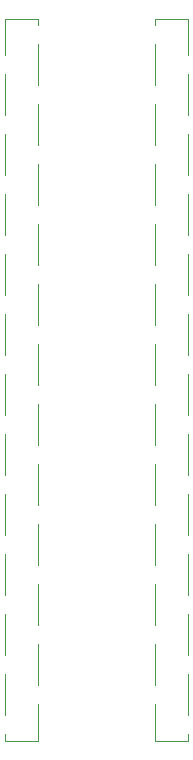
<source format=gbo>
G04 #@! TF.GenerationSoftware,KiCad,Pcbnew,9.0.6*
G04 #@! TF.CreationDate,2026-01-08T14:50:14-06:00*
G04 #@! TF.ProjectId,QFP-48_7x7_P0.5,5146502d-3438-45f3-9778-375f50302e35,rev?*
G04 #@! TF.SameCoordinates,Original*
G04 #@! TF.FileFunction,Legend,Bot*
G04 #@! TF.FilePolarity,Positive*
%FSLAX46Y46*%
G04 Gerber Fmt 4.6, Leading zero omitted, Abs format (unit mm)*
G04 Created by KiCad (PCBNEW 9.0.6) date 2026-01-08 14:50:14*
%MOMM*%
%LPD*%
G01*
G04 APERTURE LIST*
%ADD10C,0.120000*%
%ADD11R,1.700000X1.700000*%
%ADD12C,1.700000*%
%ADD13R,2.510000X1.000000*%
G04 APERTURE END LIST*
D10*
X146160000Y-90007144D02*
X146160000Y-93117144D01*
X146160000Y-90007144D02*
X143400000Y-90007144D01*
X146160000Y-90577144D02*
X146160000Y-93117144D01*
X146160000Y-94737144D02*
X146160000Y-98197144D01*
X146160000Y-99817144D02*
X146160000Y-103277144D01*
X146160000Y-104897144D02*
X146160000Y-108357144D01*
X146160000Y-109977144D02*
X146160000Y-113437144D01*
X146160000Y-115057144D02*
X146160000Y-118517144D01*
X146160000Y-120137144D02*
X146160000Y-123597144D01*
X146160000Y-125217144D02*
X146160000Y-128677144D01*
X146160000Y-130297144D02*
X146160000Y-133757144D01*
X146160000Y-135377144D02*
X146160000Y-138837144D01*
X146160000Y-140457144D02*
X146160000Y-143917144D01*
X146160000Y-145537144D02*
X146160000Y-148997144D01*
X146160000Y-150617144D02*
X146160000Y-151187144D01*
X146160000Y-151187144D02*
X143400000Y-151187144D01*
X143400000Y-90007144D02*
X143400000Y-90577144D01*
X143400000Y-92197144D02*
X143400000Y-95657144D01*
X143400000Y-97277144D02*
X143400000Y-100737144D01*
X143400000Y-102357144D02*
X143400000Y-105817144D01*
X143400000Y-107437144D02*
X143400000Y-110897144D01*
X143400000Y-112517144D02*
X143400000Y-115977144D01*
X143400000Y-117597144D02*
X143400000Y-121057144D01*
X143400000Y-122677144D02*
X143400000Y-126137144D01*
X143400000Y-127757144D02*
X143400000Y-131217144D01*
X143400000Y-132837144D02*
X143400000Y-136297144D01*
X143400000Y-137917144D02*
X143400000Y-141377144D01*
X143400000Y-142997144D02*
X143400000Y-146457144D01*
X143400000Y-148077144D02*
X143400000Y-151187144D01*
X133460000Y-90007144D02*
X133460000Y-90577144D01*
X133460000Y-90007144D02*
X130700000Y-90007144D01*
X133460000Y-92197144D02*
X133460000Y-95657144D01*
X133460000Y-97277144D02*
X133460000Y-100737144D01*
X133460000Y-102357144D02*
X133460000Y-105817144D01*
X133460000Y-107437144D02*
X133460000Y-110897144D01*
X133460000Y-112517144D02*
X133460000Y-115977144D01*
X133460000Y-117597144D02*
X133460000Y-121057144D01*
X133460000Y-122677144D02*
X133460000Y-126137144D01*
X133460000Y-127757144D02*
X133460000Y-131217144D01*
X133460000Y-132837144D02*
X133460000Y-136297144D01*
X133460000Y-137917144D02*
X133460000Y-141377144D01*
X133460000Y-142997144D02*
X133460000Y-146457144D01*
X133460000Y-148077144D02*
X133460000Y-151187144D01*
X133460000Y-151187144D02*
X130700000Y-151187144D01*
X130700000Y-90007144D02*
X130700000Y-93117144D01*
X130700000Y-94737144D02*
X130700000Y-98197144D01*
X130700000Y-99817144D02*
X130700000Y-103277144D01*
X130700000Y-104897144D02*
X130700000Y-108357144D01*
X130700000Y-109977144D02*
X130700000Y-113437144D01*
X130700000Y-115057144D02*
X130700000Y-118517144D01*
X130700000Y-120137144D02*
X130700000Y-123597144D01*
X130700000Y-125217144D02*
X130700000Y-128677144D01*
X130700000Y-130297144D02*
X130700000Y-133757144D01*
X130700000Y-135377144D02*
X130700000Y-138837144D01*
X130700000Y-140457144D02*
X130700000Y-143917144D01*
X130700000Y-145537144D02*
X130700000Y-148997144D01*
X130700000Y-150617144D02*
X130700000Y-151187144D01*
%LPC*%
D11*
X127000000Y-91392144D03*
D12*
X127000000Y-93932144D03*
X127000000Y-96472144D03*
X127000000Y-99012144D03*
X127000000Y-101552144D03*
X127000000Y-104092144D03*
X127000000Y-106632144D03*
X127000000Y-109172144D03*
X127000000Y-111712144D03*
X127000000Y-114252144D03*
X127000000Y-116792144D03*
X127000000Y-119332144D03*
X127000000Y-121872144D03*
X127000000Y-124412144D03*
X127000000Y-126952144D03*
X127000000Y-129492144D03*
X127000000Y-132032144D03*
X127000000Y-134572144D03*
X127000000Y-137112144D03*
X127000000Y-139652144D03*
X127000000Y-142192144D03*
X127000000Y-144732144D03*
X127000000Y-147272144D03*
X127000000Y-149812144D03*
X149860000Y-91392144D03*
X149860000Y-93932144D03*
X149860000Y-96472144D03*
X149860000Y-99012144D03*
X149860000Y-101552144D03*
X149860000Y-104092144D03*
X149860000Y-106632144D03*
X149860000Y-109172144D03*
X149860000Y-111712144D03*
X149860000Y-114252144D03*
X149860000Y-116792144D03*
X149860000Y-119332144D03*
X149860000Y-121872144D03*
X149860000Y-124412144D03*
X149860000Y-126952144D03*
X149860000Y-129492144D03*
X149860000Y-132032144D03*
X149860000Y-134572144D03*
X149860000Y-137112144D03*
X149860000Y-139652144D03*
X149860000Y-142192144D03*
X149860000Y-144732144D03*
X149860000Y-147272144D03*
X149860000Y-149812144D03*
D13*
X143125000Y-91387144D03*
X146435000Y-93927144D03*
X143125000Y-96467144D03*
X146435000Y-99007144D03*
X143125000Y-101547144D03*
X146435000Y-104087144D03*
X143125000Y-106627144D03*
X146435000Y-109167144D03*
X143125000Y-111707144D03*
X146435000Y-114247144D03*
X143125000Y-116787144D03*
X146435000Y-119327144D03*
X143125000Y-121867144D03*
X146435000Y-124407144D03*
X143125000Y-126947144D03*
X146435000Y-129487144D03*
X143125000Y-132027144D03*
X146435000Y-134567144D03*
X143125000Y-137107144D03*
X146435000Y-139647144D03*
X143125000Y-142187144D03*
X146435000Y-144727144D03*
X143125000Y-147267144D03*
X146435000Y-149807144D03*
X133735000Y-91387144D03*
X130425000Y-93927144D03*
X133735000Y-96467144D03*
X130425000Y-99007144D03*
X133735000Y-101547144D03*
X130425000Y-104087144D03*
X133735000Y-106627144D03*
X130425000Y-109167144D03*
X133735000Y-111707144D03*
X130425000Y-114247144D03*
X133735000Y-116787144D03*
X130425000Y-119327144D03*
X133735000Y-121867144D03*
X130425000Y-124407144D03*
X133735000Y-126947144D03*
X130425000Y-129487144D03*
X133735000Y-132027144D03*
X130425000Y-134567144D03*
X133735000Y-137107144D03*
X130425000Y-139647144D03*
X133735000Y-142187144D03*
X130425000Y-144727144D03*
X133735000Y-147267144D03*
X130425000Y-149807144D03*
%LPD*%
M02*

</source>
